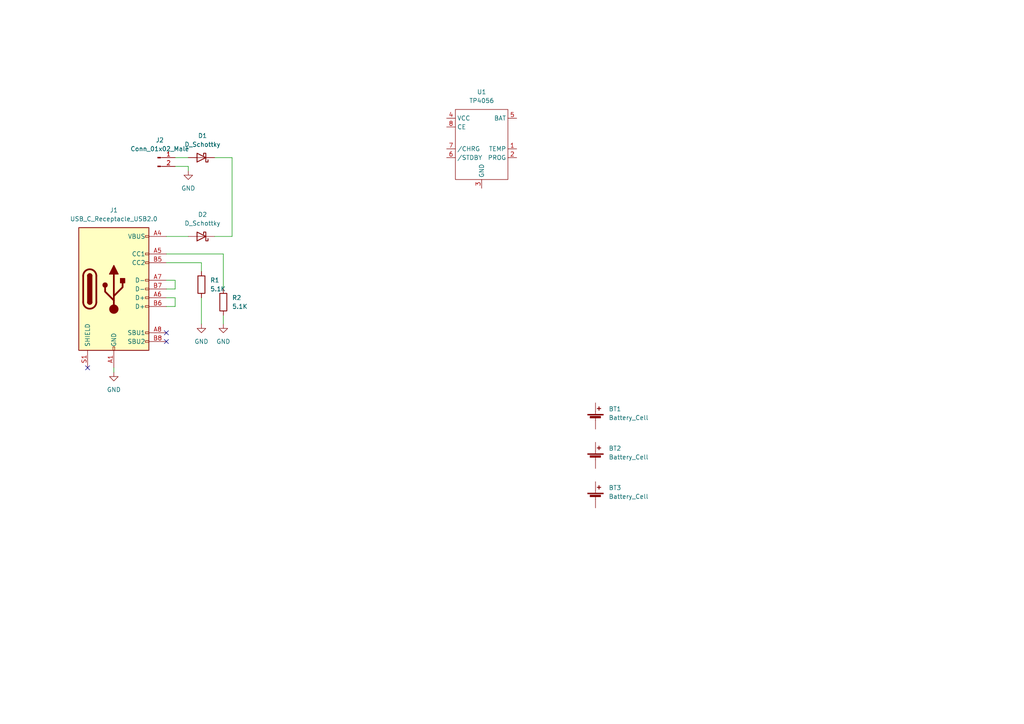
<source format=kicad_sch>
(kicad_sch (version 20211123) (generator eeschema)
  (paper "A4")
  (lib_symbols
    (symbol "Connector:Conn_01x02_Male" (pin_names (offset 1.016) hide)
      (property "Reference" "J" (at 0 2.54 0))
      (property "Value" "Conn_01x02_Male" (at 0 -5.08 0))
      (symbol "Conn_01x02_Male_1_1"
        (polyline (pts (xy 1.27 -2.54) (xy 0.8636 -2.54)) (stroke (width 0.1524)))
        (polyline (pts (xy 1.27 0) (xy 0.8636 0)) (stroke (width 0.1524)))
        (rectangle (start 0.8636 -2.413) (end 0 -2.667) (stroke (width 0.1524)) (fill (type outline)))
        (rectangle (start 0.8636 0.127) (end 0 -0.127) (stroke (width 0.1524)) (fill (type outline)))
        (pin passive line (at 5.08 0 180) (length 3.81) (name "Pin_1") (number "1"))
        (pin passive line (at 5.08 -2.54 180) (length 3.81) (name "Pin_2") (number "2"))
      )
    )
    (symbol "Connector:USB_C_Receptacle_USB2.0" (pin_names (offset 1.016))
      (property "Reference" "J" (at -10.16 19.05 0))
      (property "Value" "USB_C_Receptacle_USB2.0" (at 19.05 19.05 0))
      (symbol "USB_C_Receptacle_USB2.0_0_0"
        (rectangle (start -0.254 -17.78) (end 0.254 -16.764))
        (rectangle (start 10.16 -14.986) (end 9.144 -15.494))
        (rectangle (start 10.16 -12.446) (end 9.144 -12.954))
        (rectangle (start 10.16 -4.826) (end 9.144 -5.334))
        (rectangle (start 10.16 -2.286) (end 9.144 -2.794))
        (rectangle (start 10.16 0.254) (end 9.144 -0.254))
        (rectangle (start 10.16 2.794) (end 9.144 2.286))
        (rectangle (start 10.16 7.874) (end 9.144 7.366))
        (rectangle (start 10.16 10.414) (end 9.144 9.906))
        (rectangle (start 10.16 15.494) (end 9.144 14.986))
      )
      (symbol "USB_C_Receptacle_USB2.0_0_1"
        (rectangle (start -10.16 17.78) (end 10.16 -17.78) (stroke (width 0.254)) (fill (type background)))
        (arc (start -8.89 -3.81) (mid -6.985 -5.715) (end -5.08 -3.81) (stroke (width 0.508)))
        (arc (start -7.62 -3.81) (mid -6.985 -4.445) (end -6.35 -3.81) (stroke (width 0.254)))
        (arc (start -7.62 -3.81) (mid -6.985 -4.445) (end -6.35 -3.81) (stroke (width 0.254)) (fill (type outline)))
        (rectangle (start -7.62 -3.81) (end -6.35 3.81) (stroke (width 0.254)) (fill (type outline)))
        (arc (start -6.35 3.81) (mid -6.985 4.445) (end -7.62 3.81) (stroke (width 0.254)))
        (arc (start -6.35 3.81) (mid -6.985 4.445) (end -7.62 3.81) (stroke (width 0.254)) (fill (type outline)))
        (arc (start -5.08 3.81) (mid -6.985 5.715) (end -8.89 3.81) (stroke (width 0.508)))
        (circle (center -2.54 1.143) (radius 0.635) (stroke (width 0.254)) (fill (type outline)))
        (circle (center 0 -5.842) (radius 1.27) (fill (type outline)))
        (polyline (pts (xy -8.89 -3.81) (xy -8.89 3.81)) (stroke (width 0.508)))
        (polyline (pts (xy -5.08 3.81) (xy -5.08 -3.81)) (stroke (width 0.508)))
        (polyline (pts (xy 0 -5.842) (xy 0 4.318)) (stroke (width 0.508)))
        (polyline (pts (xy 0 -3.302) (xy -2.54 -0.762) (xy -2.54 0.508)) (stroke (width 0.508)))
        (polyline (pts (xy 0 -2.032) (xy 2.54 0.508) (xy 2.54 1.778)) (stroke (width 0.508)))
        (polyline (pts (xy -1.27 4.318) (xy 0 6.858) (xy 1.27 4.318) (xy -1.27 4.318)) (stroke (width 0.254)) (fill (type outline)))
        (rectangle (start 1.905 1.778) (end 3.175 3.048) (stroke (width 0.254)) (fill (type outline)))
      )
      (symbol "USB_C_Receptacle_USB2.0_1_1"
        (pin passive line (at 0 -22.86 90) (length 5.08) (name "GND") (number "A1"))
        (pin passive line (at 0 -22.86 90) (length 5.08) hide (name "GND") (number "A12"))
        (pin passive line (at 15.24 15.24 180) (length 5.08) (name "VBUS") (number "A4"))
        (pin bidirectional line (at 15.24 10.16 180) (length 5.08) (name "CC1") (number "A5"))
        (pin bidirectional line (at 15.24 -2.54 180) (length 5.08) (name "D+") (number "A6"))
        (pin bidirectional line (at 15.24 2.54 180) (length 5.08) (name "D-") (number "A7"))
        (pin bidirectional line (at 15.24 -12.7 180) (length 5.08) (name "SBU1") (number "A8"))
        (pin passive line (at 15.24 15.24 180) (length 5.08) hide (name "VBUS") (number "A9"))
        (pin passive line (at 0 -22.86 90) (length 5.08) hide (name "GND") (number "B1"))
        (pin passive line (at 0 -22.86 90) (length 5.08) hide (name "GND") (number "B12"))
        (pin passive line (at 15.24 15.24 180) (length 5.08) hide (name "VBUS") (number "B4"))
        (pin bidirectional line (at 15.24 7.62 180) (length 5.08) (name "CC2") (number "B5"))
        (pin bidirectional line (at 15.24 -5.08 180) (length 5.08) (name "D+") (number "B6"))
        (pin bidirectional line (at 15.24 0 180) (length 5.08) (name "D-") (number "B7"))
        (pin bidirectional line (at 15.24 -15.24 180) (length 5.08) (name "SBU2") (number "B8"))
        (pin passive line (at 15.24 15.24 180) (length 5.08) hide (name "VBUS") (number "B9"))
        (pin passive line (at -7.62 -22.86 90) (length 5.08) (name "SHIELD") (number "S1"))
      )
    )
    (symbol "Device:Battery_Cell" (pin_numbers hide) (pin_names (offset 0) hide)
      (property "Reference" "BT" (at 2.54 2.54 0))
      (property "Value" "Battery_Cell" (at 2.54 0 0))
      (symbol "Battery_Cell_0_1"
        (rectangle (start -2.286 1.778) (end 2.286 1.524) (fill (type outline)))
        (rectangle (start -1.5748 1.1938) (end 1.4732 0.6858) (fill (type outline)))
        (polyline (pts (xy 0 0.762) (xy 0 0)))
        (polyline (pts (xy 0 1.778) (xy 0 2.54)))
        (polyline (pts (xy 0.508 3.429) (xy 1.524 3.429)) (stroke (width 0.254)))
        (polyline (pts (xy 1.016 3.937) (xy 1.016 2.921)) (stroke (width 0.254)))
      )
      (symbol "Battery_Cell_1_1"
        (pin passive line (at 0 5.08 270) (length 2.54) (name "+") (number "1"))
        (pin passive line (at 0 -2.54 90) (length 2.54) (name "-") (number "2"))
      )
    )
    (symbol "Device:D_Schottky" (pin_numbers hide) (pin_names (offset 1.016) hide)
      (property "Reference" "D" (at 0 2.54 0))
      (property "Value" "D_Schottky" (at 0 -2.54 0))
      (symbol "D_Schottky_0_1"
        (polyline (pts (xy 1.27 0) (xy -1.27 0)))
        (polyline (pts (xy 1.27 1.27) (xy 1.27 -1.27) (xy -1.27 0) (xy 1.27 1.27)) (stroke (width 0.254)))
        (polyline (pts (xy -1.905 0.635) (xy -1.905 1.27) (xy -1.27 1.27) (xy -1.27 -1.27) (xy -0.635 -1.27) (xy -0.635 -0.635)) (stroke (width 0.254)))
      )
      (symbol "D_Schottky_1_1"
        (pin passive line (at -3.81 0 0) (length 2.54) (name "K") (number "1"))
        (pin passive line (at 3.81 0 180) (length 2.54) (name "A") (number "2"))
      )
    )
    (symbol "Device:R" (pin_numbers hide) (pin_names (offset 0))
      (property "Reference" "R" (at 2.032 0 90))
      (property "Value" "R" (at 0 0 90))
      (symbol "R_0_1"
        (rectangle (start -1.016 -2.54) (end 1.016 2.54) (stroke (width 0.254)))
      )
      (symbol "R_1_1"
        (pin passive line (at 0 3.81 270) (length 1.27) (name "~") (number "1"))
        (pin passive line (at 0 -3.81 90) (length 1.27) (name "~") (number "2"))
      )
    )
    (symbol "Li_ion_charger:TP4056"
      (property "Reference" "U" (at 0 3.81 0))
      (property "Value" "TP4056" (at 0 1.27 0))
      (symbol "TP4056_0_1"
        (rectangle (start -7.62 10.16) (end 7.62 -10.16))
      )
      (symbol "TP4056_1_1"
        (pin input line (at 10.16 -1.27 180) (length 2.54) (name "TEMP") (number "1"))
        (pin input line (at 10.16 -3.81 180) (length 2.54) (name "PROG") (number "2"))
        (pin input line (at 0 -12.7 90) (length 2.54) (name "GND") (number "3"))
        (pin input line (at -10.16 7.62 0) (length 2.54) (name "VCC") (number "4"))
        (pin input line (at 10.16 7.62 180) (length 2.54) (name "BAT") (number "5"))
        (pin input line (at -10.16 -3.81 0) (length 2.54) (name "/STDBY") (number "6"))
        (pin input line (at -10.16 -1.27 0) (length 2.54) (name "/CHRG") (number "7"))
        (pin input line (at -10.16 5.08 0) (length 2.54) (name "CE") (number "8"))
      )
    )
    (symbol "power:GND" (power) (pin_names (offset 0))
      (property "Value" "GND" (at 0 -3.81 0))
      (symbol "GND_0_1"
        (polyline (pts (xy 0 0) (xy 0 -1.27) (xy 1.27 -1.27) (xy 0 -2.54) (xy -1.27 -1.27) (xy 0 -1.27)))
      )
      (symbol "GND_1_1"
        (pin power_in line (at 0 0 270) (length 0) hide (name "GND") (number "1"))
      )
    )
  )
  (no_connect (at 48.26 99.06))
  (no_connect (at 25.4 106.68))
  (no_connect (at 48.26 96.52))
  (wire (pts (xy 67.31 45.72) (xy 62.23 45.72)))
  (wire (pts (xy 48.26 73.66) (xy 64.77 73.66)))
  (wire (pts (xy 67.31 68.58) (xy 67.31 45.72)))
  (wire (pts (xy 48.26 86.36) (xy 50.8 86.36)))
  (wire (pts (xy 62.23 68.58) (xy 67.31 68.58)))
  (wire (pts (xy 48.26 76.2) (xy 58.42 76.2)))
  (wire (pts (xy 48.26 83.82) (xy 50.8 83.82)))
  (wire (pts (xy 48.26 68.58) (xy 54.61 68.58)))
  (wire (pts (xy 33.02 106.68) (xy 33.02 107.95)))
  (wire (pts (xy 50.8 48.26) (xy 54.61 48.26)))
  (wire (pts (xy 48.26 88.9) (xy 50.8 88.9)))
  (wire (pts (xy 58.42 76.2) (xy 58.42 78.74)))
  (wire (pts (xy 48.26 81.28) (xy 50.8 81.28)))
  (wire (pts (xy 50.8 81.28) (xy 50.8 83.82)))
  (wire (pts (xy 50.8 45.72) (xy 54.61 45.72)))
  (wire (pts (xy 64.77 73.66) (xy 64.77 83.82)))
  (wire (pts (xy 50.8 86.36) (xy 50.8 88.9)))
  (wire (pts (xy 58.42 86.36) (xy 58.42 93.98)))
  (wire (pts (xy 64.77 91.44) (xy 64.77 93.98)))
  (wire (pts (xy 54.61 48.26) (xy 54.61 49.53)))
  (symbol (lib_id "Device:D_Schottky") (at 58.42 45.72 180) (unit 1)
    (property "Reference" "D1" (at 58.7375 39.37 0))
    (property "Value" "D_Schottky" (at 58.7375 41.91 0))
    (property "Footprint" "Diode_SMD:D_SOD-123" (effects hide))
  )
  (symbol (lib_id "power:GND") (at 64.77 93.98 0) (unit 1)
    (property "Reference" "#PWR0102" (effects hide))
    (property "Value" "GND" (at 64.77 99.06 0))
  )
  (symbol (lib_id "power:GND") (at 33.02 107.95 0) (unit 1)
    (property "Reference" "#PWR0104" (effects hide))
    (property "Value" "GND" (at 33.02 113.03 0))
  )
  (symbol (lib_id "power:GND") (at 54.61 49.53 0) (unit 1)
    (property "Reference" "#PWR0103" (effects hide))
    (property "Value" "GND" (at 54.61 54.61 0))
  )
  (symbol (lib_id "Device:R") (at 64.77 87.63 0) (unit 1)
    (property "Reference" "R2" (at 67.31 86.3599 0) (effects (justify left)))
    (property "Value" "5.1K" (at 67.31 88.8999 0) (effects (justify left)))
    (property "Footprint" "Resistor_SMD:R_0805_2012Metric_Pad1.20x1.40mm_HandSolder" (effects hide))
  )
  (symbol (lib_id "Device:Battery_Cell") (at 172.72 121.92 0) (unit 1)
    (property "Reference" "BT1" (at 176.53 118.6179 0) (effects (justify left)))
    (property "Value" "Battery_Cell" (at 176.53 121.1579 0) (effects (justify left)))
    (property "Footprint" "Battery_Coin_SMD:CR2450" (effects hide))
  )
  (symbol (lib_id "Device:D_Schottky") (at 58.42 68.58 180) (unit 1)
    (property "Reference" "D2" (at 58.7375 62.23 0))
    (property "Value" "D_Schottky" (at 58.7375 64.77 0))
    (property "Footprint" "Diode_SMD:D_SOD-123" (effects hide))
  )
  (symbol (lib_id "Connector:USB_C_Receptacle_USB2.0") (at 33.02 83.82 0) (unit 1)
    (property "Reference" "J1" (at 33.02 60.96 0))
    (property "Value" "USB_C_Receptacle_USB2.0" (at 33.02 63.5 0))
    (property "Footprint" "Connector_USB:USB_C_Receptacle_HRO_TYPE-C-31-M-12" (effects hide))
    (property "Datasheet" "https://www.usb.org/sites/default/files/documents/usb_type-c.zip" (effects hide))
  )
  (symbol (lib_id "Device:Battery_Cell") (at 172.72 133.35 0) (unit 1)
    (property "Reference" "BT2" (at 176.53 130.0479 0) (effects (justify left)))
    (property "Value" "Battery_Cell" (at 176.53 132.5879 0) (effects (justify left)))
    (property "Footprint" "Battery_Coin_SMD:CR2032" (effects hide))
  )
  (symbol (lib_id "Device:Battery_Cell") (at 172.72 144.78 0) (unit 1)
    (property "Reference" "BT3" (at 176.53 141.4779 0) (effects (justify left)))
    (property "Value" "Battery_Cell" (at 176.53 144.0179 0) (effects (justify left)))
    (property "Footprint" "Battery_Coin_SMD:CR1220" (effects hide))
  )
  (symbol (lib_id "Li_ion_charger:TP4056") (at 139.7 41.91 0) (unit 1)
    (property "Reference" "U1" (at 139.7 26.67 0))
    (property "Value" "TP4056" (at 139.7 29.21 0))
    (property "Footprint" "Package_SO:SOP-8_3.9x4.9mm_P1.27mm" (effects hide))
  )
  (symbol (lib_id "Device:R") (at 58.42 82.55 0) (unit 1)
    (property "Reference" "R1" (at 60.96 81.2799 0) (effects (justify left)))
    (property "Value" "5.1K" (at 60.96 83.8199 0) (effects (justify left)))
    (property "Footprint" "Resistor_SMD:R_0805_2012Metric_Pad1.20x1.40mm_HandSolder" (effects hide))
  )
  (symbol (lib_id "Connector:Conn_01x02_Male") (at 45.72 45.72 0) (unit 1)
    (property "Reference" "J2" (at 46.355 40.64 0))
    (property "Value" "Conn_01x02_Male" (at 46.355 43.18 0))
    (property "Footprint" "Connector_PinHeader_2.54mm:PinHeader_1x02_P2.54mm_Vertical" (effects hide))
  )
  (symbol (lib_id "power:GND") (at 58.42 93.98 0) (unit 1)
    (property "Reference" "#PWR0101" (effects hide))
    (property "Value" "GND" (at 58.42 99.06 0))
  )
)
</source>
